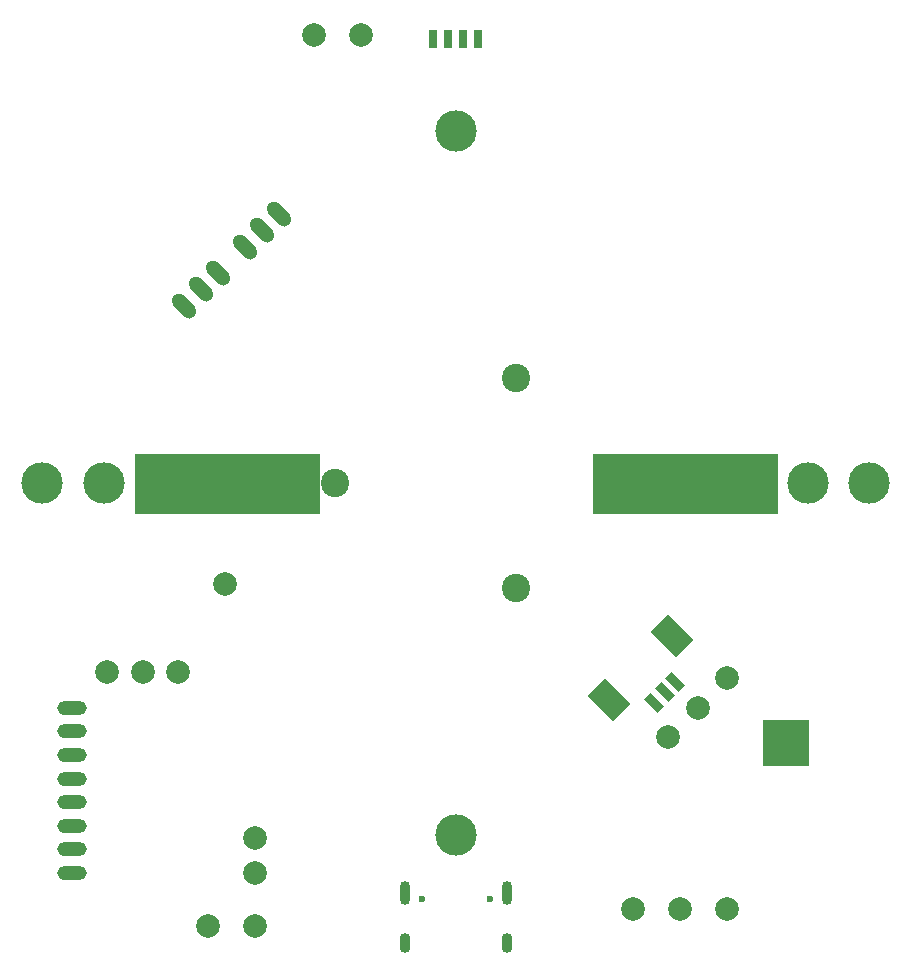
<source format=gbr>
%TF.GenerationSoftware,KiCad,Pcbnew,(6.0.10)*%
%TF.CreationDate,2023-01-22T12:58:48+02:00*%
%TF.ProjectId,view_base,76696577-5f62-4617-9365-2e6b69636164,rev?*%
%TF.SameCoordinates,Original*%
%TF.FileFunction,Soldermask,Bot*%
%TF.FilePolarity,Negative*%
%FSLAX46Y46*%
G04 Gerber Fmt 4.6, Leading zero omitted, Abs format (unit mm)*
G04 Created by KiCad (PCBNEW (6.0.10)) date 2023-01-22 12:58:48*
%MOMM*%
%LPD*%
G01*
G04 APERTURE LIST*
G04 Aperture macros list*
%AMHorizOval*
0 Thick line with rounded ends*
0 $1 width*
0 $2 $3 position (X,Y) of the first rounded end (center of the circle)*
0 $4 $5 position (X,Y) of the second rounded end (center of the circle)*
0 Add line between two ends*
20,1,$1,$2,$3,$4,$5,0*
0 Add two circle primitives to create the rounded ends*
1,1,$1,$2,$3*
1,1,$1,$4,$5*%
%AMRotRect*
0 Rectangle, with rotation*
0 The origin of the aperture is its center*
0 $1 length*
0 $2 width*
0 $3 Rotation angle, in degrees counterclockwise*
0 Add horizontal line*
21,1,$1,$2,0,0,$3*%
G04 Aperture macros list end*
%ADD10C,0.100000*%
%ADD11C,0.600000*%
%ADD12O,0.900000X2.000000*%
%ADD13O,0.900000X1.700000*%
%ADD14C,2.400000*%
%ADD15C,3.500000*%
%ADD16R,4.000000X4.000000*%
%ADD17O,2.500000X1.250000*%
%ADD18HorizOval,1.250000X-0.441942X0.441942X0.441942X-0.441942X0*%
%ADD19R,0.700000X1.600000*%
%ADD20RotRect,2.100000X2.999999X45.000000*%
%ADD21RotRect,0.800000X1.600000X45.000000*%
%ADD22C,2.000000*%
G04 APERTURE END LIST*
%TO.C,Z4*%
G36*
X80800000Y-102500000D02*
G01*
X72800000Y-102500000D01*
X72800000Y-97500000D01*
X80800000Y-97500000D01*
X80800000Y-102500000D01*
G37*
D10*
X80800000Y-102500000D02*
X72800000Y-102500000D01*
X72800000Y-97500000D01*
X80800000Y-97500000D01*
X80800000Y-102500000D01*
%TO.C,Z1*%
G36*
X119600000Y-102500000D02*
G01*
X111600000Y-102500000D01*
X111600000Y-97500000D01*
X119600000Y-97500000D01*
X119600000Y-102500000D01*
G37*
X119600000Y-102500000D02*
X111600000Y-102500000D01*
X111600000Y-97500000D01*
X119600000Y-97500000D01*
X119600000Y-102500000D01*
%TO.C,Z3*%
G36*
X88400000Y-102500000D02*
G01*
X80400000Y-102500000D01*
X80400000Y-97500000D01*
X88400000Y-97500000D01*
X88400000Y-102500000D01*
G37*
X88400000Y-102500000D02*
X80400000Y-102500000D01*
X80400000Y-97500000D01*
X88400000Y-97500000D01*
X88400000Y-102500000D01*
%TO.C,Z2*%
G36*
X127200000Y-102500000D02*
G01*
X119200000Y-102500000D01*
X119200000Y-97500000D01*
X127200000Y-97500000D01*
X127200000Y-102500000D01*
G37*
X127200000Y-102500000D02*
X119200000Y-102500000D01*
X119200000Y-97500000D01*
X127200000Y-97500000D01*
X127200000Y-102500000D01*
%TD*%
D11*
%TO.C,J2*%
X97110000Y-135202000D03*
X102890000Y-135202000D03*
D12*
X95680000Y-134722000D03*
D13*
X95680000Y-138892000D03*
D12*
X104320000Y-134722000D03*
D13*
X104320000Y-138892000D03*
%TD*%
D14*
%TO.C,H3*%
X105125427Y-91122500D03*
%TD*%
%TO.C,H1*%
X105125427Y-108877499D03*
%TD*%
%TO.C,H2*%
X89749146Y-100000000D03*
%TD*%
D15*
%TO.C,H4*%
X100000000Y-129800000D03*
%TD*%
%TO.C,H5*%
X70200000Y-100000000D03*
%TD*%
%TO.C,H6*%
X100000000Y-70200000D03*
%TD*%
%TO.C,H7*%
X129800000Y-100000000D03*
%TD*%
D16*
%TO.C,U5*%
X128000000Y-122000000D03*
%TD*%
D15*
%TO.C,H8*%
X135000000Y-100000000D03*
%TD*%
%TO.C,H9*%
X65000000Y-100000000D03*
%TD*%
D17*
%TO.C,J3*%
X67500000Y-119000000D03*
X67500000Y-121000000D03*
X67500000Y-123000000D03*
X67500000Y-125000000D03*
X67500000Y-127000000D03*
X67500000Y-129000000D03*
X67500000Y-131000000D03*
X67500000Y-133000000D03*
%TD*%
D18*
%TO.C,J4*%
X82171573Y-80000000D03*
X83585787Y-78585786D03*
X85000000Y-77171573D03*
%TD*%
D19*
%TO.C,U8*%
X101905000Y-62350000D03*
X100635000Y-62350000D03*
X99365000Y-62350000D03*
X98095000Y-62350000D03*
%TD*%
D18*
%TO.C,J5*%
X77000000Y-85000000D03*
X78414214Y-83585786D03*
X79828427Y-82171573D03*
%TD*%
D20*
%TO.C,J1*%
X118336280Y-112962502D03*
X112962269Y-118336513D03*
D21*
X116816000Y-118584000D03*
X117699883Y-117700117D03*
X118583767Y-116816233D03*
%TD*%
D22*
%TO.C,TP1*%
X115000000Y-136000000D03*
%TD*%
%TO.C,TP2*%
X123000000Y-136000000D03*
%TD*%
%TO.C,TP3*%
X119000000Y-136000000D03*
%TD*%
%TO.C,TP4*%
X92000000Y-62000000D03*
%TD*%
%TO.C,TP5*%
X88000000Y-62000000D03*
%TD*%
%TO.C,TP6*%
X123000000Y-116500000D03*
%TD*%
%TO.C,TP7*%
X120500000Y-119000000D03*
%TD*%
%TO.C,TP8*%
X118000000Y-121500000D03*
%TD*%
%TO.C,TP9*%
X76500000Y-116000000D03*
%TD*%
%TO.C,TP11*%
X70500000Y-116000000D03*
%TD*%
%TO.C,TP12*%
X80500000Y-108500000D03*
%TD*%
%TO.C,TP10*%
X73500000Y-116000000D03*
%TD*%
%TO.C,TP13*%
X83000000Y-137500000D03*
%TD*%
%TO.C,TP14*%
X79000000Y-137500000D03*
%TD*%
%TO.C,TP15*%
X83000000Y-133000000D03*
%TD*%
%TO.C,TP16*%
X83000000Y-130000000D03*
%TD*%
M02*

</source>
